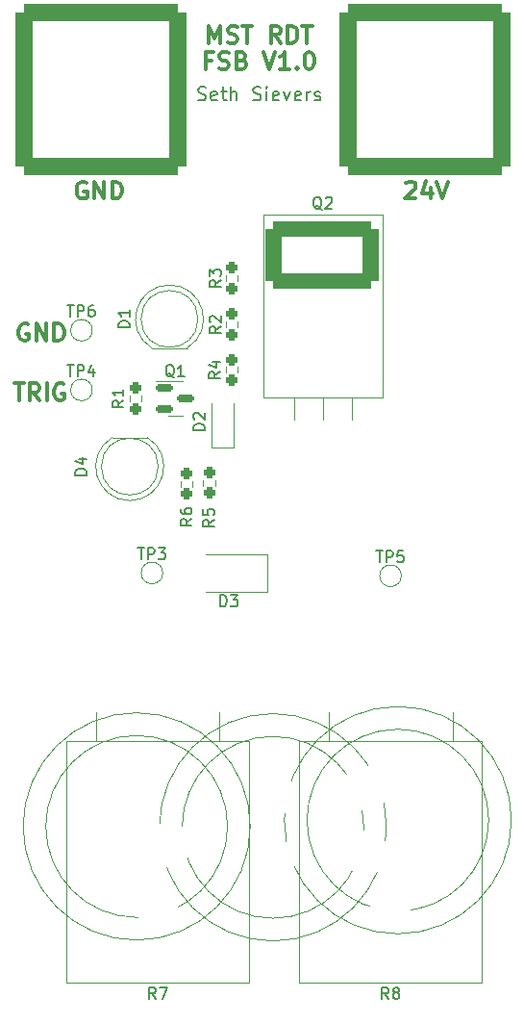
<source format=gto>
%TF.GenerationSoftware,KiCad,Pcbnew,(6.0.5)*%
%TF.CreationDate,2022-08-02T11:04:15-06:00*%
%TF.ProjectId,fet_stress_test,6665745f-7374-4726-9573-735f74657374,rev?*%
%TF.SameCoordinates,Original*%
%TF.FileFunction,Legend,Top*%
%TF.FilePolarity,Positive*%
%FSLAX46Y46*%
G04 Gerber Fmt 4.6, Leading zero omitted, Abs format (unit mm)*
G04 Created by KiCad (PCBNEW (6.0.5)) date 2022-08-02 11:04:15*
%MOMM*%
%LPD*%
G01*
G04 APERTURE LIST*
G04 Aperture macros list*
%AMRoundRect*
0 Rectangle with rounded corners*
0 $1 Rounding radius*
0 $2 $3 $4 $5 $6 $7 $8 $9 X,Y pos of 4 corners*
0 Add a 4 corners polygon primitive as box body*
4,1,4,$2,$3,$4,$5,$6,$7,$8,$9,$2,$3,0*
0 Add four circle primitives for the rounded corners*
1,1,$1+$1,$2,$3*
1,1,$1+$1,$4,$5*
1,1,$1+$1,$6,$7*
1,1,$1+$1,$8,$9*
0 Add four rect primitives between the rounded corners*
20,1,$1+$1,$2,$3,$4,$5,0*
20,1,$1+$1,$4,$5,$6,$7,0*
20,1,$1+$1,$6,$7,$8,$9,0*
20,1,$1+$1,$8,$9,$2,$3,0*%
G04 Aperture macros list end*
%ADD10C,0.300000*%
%ADD11C,0.200000*%
%ADD12C,0.150000*%
%ADD13C,0.120000*%
%ADD14C,4.000000*%
%ADD15R,1.200000X0.900000*%
%ADD16R,2.500000X1.800000*%
%ADD17R,1.905000X2.000000*%
%ADD18O,1.905000X2.000000*%
%ADD19RoundRect,0.705882X-4.294118X-2.294118X4.294118X-2.294118X4.294118X2.294118X-4.294118X2.294118X0*%
%ADD20O,3.600000X3.600000*%
%ADD21R,2.500000X4.500000*%
%ADD22O,2.500000X4.500000*%
%ADD23RoundRect,0.237500X-0.237500X0.250000X-0.237500X-0.250000X0.237500X-0.250000X0.237500X0.250000X0*%
%ADD24R,1.800000X1.800000*%
%ADD25C,1.800000*%
%ADD26RoundRect,0.237500X0.237500X-0.250000X0.237500X0.250000X-0.237500X0.250000X-0.237500X-0.250000X0*%
%ADD27RoundRect,0.750000X-6.750000X-6.750000X6.750000X-6.750000X6.750000X6.750000X-6.750000X6.750000X0*%
%ADD28C,1.500000*%
%ADD29RoundRect,0.150000X-0.587500X-0.150000X0.587500X-0.150000X0.587500X0.150000X-0.587500X0.150000X0*%
G04 APERTURE END LIST*
D10*
X100214285Y-94028571D02*
X101071428Y-94028571D01*
X100642857Y-95528571D02*
X100642857Y-94028571D01*
X102428571Y-95528571D02*
X101928571Y-94814285D01*
X101571428Y-95528571D02*
X101571428Y-94028571D01*
X102142857Y-94028571D01*
X102285714Y-94100000D01*
X102357142Y-94171428D01*
X102428571Y-94314285D01*
X102428571Y-94528571D01*
X102357142Y-94671428D01*
X102285714Y-94742857D01*
X102142857Y-94814285D01*
X101571428Y-94814285D01*
X103071428Y-95528571D02*
X103071428Y-94028571D01*
X104571428Y-94100000D02*
X104428571Y-94028571D01*
X104214285Y-94028571D01*
X104000000Y-94100000D01*
X103857142Y-94242857D01*
X103785714Y-94385714D01*
X103714285Y-94671428D01*
X103714285Y-94885714D01*
X103785714Y-95171428D01*
X103857142Y-95314285D01*
X104000000Y-95457142D01*
X104214285Y-95528571D01*
X104357142Y-95528571D01*
X104571428Y-95457142D01*
X104642857Y-95385714D01*
X104642857Y-94885714D01*
X104357142Y-94885714D01*
X101457142Y-88850000D02*
X101314285Y-88778571D01*
X101100000Y-88778571D01*
X100885714Y-88850000D01*
X100742857Y-88992857D01*
X100671428Y-89135714D01*
X100600000Y-89421428D01*
X100600000Y-89635714D01*
X100671428Y-89921428D01*
X100742857Y-90064285D01*
X100885714Y-90207142D01*
X101100000Y-90278571D01*
X101242857Y-90278571D01*
X101457142Y-90207142D01*
X101528571Y-90135714D01*
X101528571Y-89635714D01*
X101242857Y-89635714D01*
X102171428Y-90278571D02*
X102171428Y-88778571D01*
X103028571Y-90278571D01*
X103028571Y-88778571D01*
X103742857Y-90278571D02*
X103742857Y-88778571D01*
X104100000Y-88778571D01*
X104314285Y-88850000D01*
X104457142Y-88992857D01*
X104528571Y-89135714D01*
X104600000Y-89421428D01*
X104600000Y-89635714D01*
X104528571Y-89921428D01*
X104457142Y-90064285D01*
X104314285Y-90207142D01*
X104100000Y-90278571D01*
X103742857Y-90278571D01*
X117371428Y-64078571D02*
X117371428Y-62578571D01*
X117871428Y-63650000D01*
X118371428Y-62578571D01*
X118371428Y-64078571D01*
X119014285Y-64007142D02*
X119228571Y-64078571D01*
X119585714Y-64078571D01*
X119728571Y-64007142D01*
X119800000Y-63935714D01*
X119871428Y-63792857D01*
X119871428Y-63650000D01*
X119800000Y-63507142D01*
X119728571Y-63435714D01*
X119585714Y-63364285D01*
X119300000Y-63292857D01*
X119157142Y-63221428D01*
X119085714Y-63150000D01*
X119014285Y-63007142D01*
X119014285Y-62864285D01*
X119085714Y-62721428D01*
X119157142Y-62650000D01*
X119300000Y-62578571D01*
X119657142Y-62578571D01*
X119871428Y-62650000D01*
X120300000Y-62578571D02*
X121157142Y-62578571D01*
X120728571Y-64078571D02*
X120728571Y-62578571D01*
X123657142Y-64078571D02*
X123157142Y-63364285D01*
X122800000Y-64078571D02*
X122800000Y-62578571D01*
X123371428Y-62578571D01*
X123514285Y-62650000D01*
X123585714Y-62721428D01*
X123657142Y-62864285D01*
X123657142Y-63078571D01*
X123585714Y-63221428D01*
X123514285Y-63292857D01*
X123371428Y-63364285D01*
X122800000Y-63364285D01*
X124300000Y-64078571D02*
X124300000Y-62578571D01*
X124657142Y-62578571D01*
X124871428Y-62650000D01*
X125014285Y-62792857D01*
X125085714Y-62935714D01*
X125157142Y-63221428D01*
X125157142Y-63435714D01*
X125085714Y-63721428D01*
X125014285Y-63864285D01*
X124871428Y-64007142D01*
X124657142Y-64078571D01*
X124300000Y-64078571D01*
X125585714Y-62578571D02*
X126442857Y-62578571D01*
X126014285Y-64078571D02*
X126014285Y-62578571D01*
X117550000Y-65592857D02*
X117050000Y-65592857D01*
X117050000Y-66378571D02*
X117050000Y-64878571D01*
X117764285Y-64878571D01*
X118264285Y-66307142D02*
X118478571Y-66378571D01*
X118835714Y-66378571D01*
X118978571Y-66307142D01*
X119050000Y-66235714D01*
X119121428Y-66092857D01*
X119121428Y-65950000D01*
X119050000Y-65807142D01*
X118978571Y-65735714D01*
X118835714Y-65664285D01*
X118550000Y-65592857D01*
X118407142Y-65521428D01*
X118335714Y-65450000D01*
X118264285Y-65307142D01*
X118264285Y-65164285D01*
X118335714Y-65021428D01*
X118407142Y-64950000D01*
X118550000Y-64878571D01*
X118907142Y-64878571D01*
X119121428Y-64950000D01*
X120264285Y-65592857D02*
X120478571Y-65664285D01*
X120550000Y-65735714D01*
X120621428Y-65878571D01*
X120621428Y-66092857D01*
X120550000Y-66235714D01*
X120478571Y-66307142D01*
X120335714Y-66378571D01*
X119764285Y-66378571D01*
X119764285Y-64878571D01*
X120264285Y-64878571D01*
X120407142Y-64950000D01*
X120478571Y-65021428D01*
X120550000Y-65164285D01*
X120550000Y-65307142D01*
X120478571Y-65450000D01*
X120407142Y-65521428D01*
X120264285Y-65592857D01*
X119764285Y-65592857D01*
X122192857Y-64878571D02*
X122692857Y-66378571D01*
X123192857Y-64878571D01*
X124478571Y-66378571D02*
X123621428Y-66378571D01*
X124050000Y-66378571D02*
X124050000Y-64878571D01*
X123907142Y-65092857D01*
X123764285Y-65235714D01*
X123621428Y-65307142D01*
X125121428Y-66235714D02*
X125192857Y-66307142D01*
X125121428Y-66378571D01*
X125050000Y-66307142D01*
X125121428Y-66235714D01*
X125121428Y-66378571D01*
X126121428Y-64878571D02*
X126264285Y-64878571D01*
X126407142Y-64950000D01*
X126478571Y-65021428D01*
X126550000Y-65164285D01*
X126621428Y-65450000D01*
X126621428Y-65807142D01*
X126550000Y-66092857D01*
X126478571Y-66235714D01*
X126407142Y-66307142D01*
X126264285Y-66378571D01*
X126121428Y-66378571D01*
X125978571Y-66307142D01*
X125907142Y-66235714D01*
X125835714Y-66092857D01*
X125764285Y-65807142D01*
X125764285Y-65450000D01*
X125835714Y-65164285D01*
X125907142Y-65021428D01*
X125978571Y-64950000D01*
X126121428Y-64878571D01*
D11*
X116400000Y-69085714D02*
X116571428Y-69142857D01*
X116857142Y-69142857D01*
X116971428Y-69085714D01*
X117028571Y-69028571D01*
X117085714Y-68914285D01*
X117085714Y-68800000D01*
X117028571Y-68685714D01*
X116971428Y-68628571D01*
X116857142Y-68571428D01*
X116628571Y-68514285D01*
X116514285Y-68457142D01*
X116457142Y-68400000D01*
X116400000Y-68285714D01*
X116400000Y-68171428D01*
X116457142Y-68057142D01*
X116514285Y-68000000D01*
X116628571Y-67942857D01*
X116914285Y-67942857D01*
X117085714Y-68000000D01*
X118057142Y-69085714D02*
X117942857Y-69142857D01*
X117714285Y-69142857D01*
X117600000Y-69085714D01*
X117542857Y-68971428D01*
X117542857Y-68514285D01*
X117600000Y-68400000D01*
X117714285Y-68342857D01*
X117942857Y-68342857D01*
X118057142Y-68400000D01*
X118114285Y-68514285D01*
X118114285Y-68628571D01*
X117542857Y-68742857D01*
X118457142Y-68342857D02*
X118914285Y-68342857D01*
X118628571Y-67942857D02*
X118628571Y-68971428D01*
X118685714Y-69085714D01*
X118800000Y-69142857D01*
X118914285Y-69142857D01*
X119314285Y-69142857D02*
X119314285Y-67942857D01*
X119828571Y-69142857D02*
X119828571Y-68514285D01*
X119771428Y-68400000D01*
X119657142Y-68342857D01*
X119485714Y-68342857D01*
X119371428Y-68400000D01*
X119314285Y-68457142D01*
X121257142Y-69085714D02*
X121428571Y-69142857D01*
X121714285Y-69142857D01*
X121828571Y-69085714D01*
X121885714Y-69028571D01*
X121942857Y-68914285D01*
X121942857Y-68800000D01*
X121885714Y-68685714D01*
X121828571Y-68628571D01*
X121714285Y-68571428D01*
X121485714Y-68514285D01*
X121371428Y-68457142D01*
X121314285Y-68400000D01*
X121257142Y-68285714D01*
X121257142Y-68171428D01*
X121314285Y-68057142D01*
X121371428Y-68000000D01*
X121485714Y-67942857D01*
X121771428Y-67942857D01*
X121942857Y-68000000D01*
X122457142Y-69142857D02*
X122457142Y-68342857D01*
X122457142Y-67942857D02*
X122400000Y-68000000D01*
X122457142Y-68057142D01*
X122514285Y-68000000D01*
X122457142Y-67942857D01*
X122457142Y-68057142D01*
X123485714Y-69085714D02*
X123371428Y-69142857D01*
X123142857Y-69142857D01*
X123028571Y-69085714D01*
X122971428Y-68971428D01*
X122971428Y-68514285D01*
X123028571Y-68400000D01*
X123142857Y-68342857D01*
X123371428Y-68342857D01*
X123485714Y-68400000D01*
X123542857Y-68514285D01*
X123542857Y-68628571D01*
X122971428Y-68742857D01*
X123942857Y-68342857D02*
X124228571Y-69142857D01*
X124514285Y-68342857D01*
X125428571Y-69085714D02*
X125314285Y-69142857D01*
X125085714Y-69142857D01*
X124971428Y-69085714D01*
X124914285Y-68971428D01*
X124914285Y-68514285D01*
X124971428Y-68400000D01*
X125085714Y-68342857D01*
X125314285Y-68342857D01*
X125428571Y-68400000D01*
X125485714Y-68514285D01*
X125485714Y-68628571D01*
X124914285Y-68742857D01*
X126000000Y-69142857D02*
X126000000Y-68342857D01*
X126000000Y-68571428D02*
X126057142Y-68457142D01*
X126114285Y-68400000D01*
X126228571Y-68342857D01*
X126342857Y-68342857D01*
X126685714Y-69085714D02*
X126800000Y-69142857D01*
X127028571Y-69142857D01*
X127142857Y-69085714D01*
X127200000Y-68971428D01*
X127200000Y-68914285D01*
X127142857Y-68800000D01*
X127028571Y-68742857D01*
X126857142Y-68742857D01*
X126742857Y-68685714D01*
X126685714Y-68571428D01*
X126685714Y-68514285D01*
X126742857Y-68400000D01*
X126857142Y-68342857D01*
X127028571Y-68342857D01*
X127142857Y-68400000D01*
D10*
X106557142Y-76350000D02*
X106414285Y-76278571D01*
X106200000Y-76278571D01*
X105985714Y-76350000D01*
X105842857Y-76492857D01*
X105771428Y-76635714D01*
X105700000Y-76921428D01*
X105700000Y-77135714D01*
X105771428Y-77421428D01*
X105842857Y-77564285D01*
X105985714Y-77707142D01*
X106200000Y-77778571D01*
X106342857Y-77778571D01*
X106557142Y-77707142D01*
X106628571Y-77635714D01*
X106628571Y-77135714D01*
X106342857Y-77135714D01*
X107271428Y-77778571D02*
X107271428Y-76278571D01*
X108128571Y-77778571D01*
X108128571Y-76278571D01*
X108842857Y-77778571D02*
X108842857Y-76278571D01*
X109200000Y-76278571D01*
X109414285Y-76350000D01*
X109557142Y-76492857D01*
X109628571Y-76635714D01*
X109700000Y-76921428D01*
X109700000Y-77135714D01*
X109628571Y-77421428D01*
X109557142Y-77564285D01*
X109414285Y-77707142D01*
X109200000Y-77778571D01*
X108842857Y-77778571D01*
X134714285Y-76421428D02*
X134785714Y-76350000D01*
X134928571Y-76278571D01*
X135285714Y-76278571D01*
X135428571Y-76350000D01*
X135500000Y-76421428D01*
X135571428Y-76564285D01*
X135571428Y-76707142D01*
X135500000Y-76921428D01*
X134642857Y-77778571D01*
X135571428Y-77778571D01*
X136857142Y-76778571D02*
X136857142Y-77778571D01*
X136500000Y-76207142D02*
X136142857Y-77278571D01*
X137071428Y-77278571D01*
X137428571Y-76278571D02*
X137928571Y-77778571D01*
X138428571Y-76278571D01*
D12*
%TO.C,D2*%
X117002380Y-98138095D02*
X116002380Y-98138095D01*
X116002380Y-97900000D01*
X116050000Y-97757142D01*
X116145238Y-97661904D01*
X116240476Y-97614285D01*
X116430952Y-97566666D01*
X116573809Y-97566666D01*
X116764285Y-97614285D01*
X116859523Y-97661904D01*
X116954761Y-97757142D01*
X117002380Y-97900000D01*
X117002380Y-98138095D01*
X116097619Y-97185714D02*
X116050000Y-97138095D01*
X116002380Y-97042857D01*
X116002380Y-96804761D01*
X116050000Y-96709523D01*
X116097619Y-96661904D01*
X116192857Y-96614285D01*
X116288095Y-96614285D01*
X116430952Y-96661904D01*
X117002380Y-97233333D01*
X117002380Y-96614285D01*
%TO.C,D3*%
X118361904Y-113652380D02*
X118361904Y-112652380D01*
X118600000Y-112652380D01*
X118742857Y-112700000D01*
X118838095Y-112795238D01*
X118885714Y-112890476D01*
X118933333Y-113080952D01*
X118933333Y-113223809D01*
X118885714Y-113414285D01*
X118838095Y-113509523D01*
X118742857Y-113604761D01*
X118600000Y-113652380D01*
X118361904Y-113652380D01*
X119266666Y-112652380D02*
X119885714Y-112652380D01*
X119552380Y-113033333D01*
X119695238Y-113033333D01*
X119790476Y-113080952D01*
X119838095Y-113128571D01*
X119885714Y-113223809D01*
X119885714Y-113461904D01*
X119838095Y-113557142D01*
X119790476Y-113604761D01*
X119695238Y-113652380D01*
X119409523Y-113652380D01*
X119314285Y-113604761D01*
X119266666Y-113557142D01*
%TO.C,Q2*%
X127294761Y-78727619D02*
X127199523Y-78680000D01*
X127104285Y-78584761D01*
X126961428Y-78441904D01*
X126866190Y-78394285D01*
X126770952Y-78394285D01*
X126818571Y-78632380D02*
X126723333Y-78584761D01*
X126628095Y-78489523D01*
X126580476Y-78299047D01*
X126580476Y-77965714D01*
X126628095Y-77775238D01*
X126723333Y-77680000D01*
X126818571Y-77632380D01*
X127009047Y-77632380D01*
X127104285Y-77680000D01*
X127199523Y-77775238D01*
X127247142Y-77965714D01*
X127247142Y-78299047D01*
X127199523Y-78489523D01*
X127104285Y-78584761D01*
X127009047Y-78632380D01*
X126818571Y-78632380D01*
X127628095Y-77727619D02*
X127675714Y-77680000D01*
X127770952Y-77632380D01*
X128009047Y-77632380D01*
X128104285Y-77680000D01*
X128151904Y-77727619D01*
X128199523Y-77822857D01*
X128199523Y-77918095D01*
X128151904Y-78060952D01*
X127580476Y-78632380D01*
X128199523Y-78632380D01*
%TO.C,R7*%
X112683333Y-148162380D02*
X112350000Y-147686190D01*
X112111904Y-148162380D02*
X112111904Y-147162380D01*
X112492857Y-147162380D01*
X112588095Y-147210000D01*
X112635714Y-147257619D01*
X112683333Y-147352857D01*
X112683333Y-147495714D01*
X112635714Y-147590952D01*
X112588095Y-147638571D01*
X112492857Y-147686190D01*
X112111904Y-147686190D01*
X113016666Y-147162380D02*
X113683333Y-147162380D01*
X113254761Y-148162380D01*
%TO.C,R6*%
X115842380Y-105929166D02*
X115366190Y-106262500D01*
X115842380Y-106500595D02*
X114842380Y-106500595D01*
X114842380Y-106119642D01*
X114890000Y-106024404D01*
X114937619Y-105976785D01*
X115032857Y-105929166D01*
X115175714Y-105929166D01*
X115270952Y-105976785D01*
X115318571Y-106024404D01*
X115366190Y-106119642D01*
X115366190Y-106500595D01*
X114842380Y-105072023D02*
X114842380Y-105262500D01*
X114890000Y-105357738D01*
X114937619Y-105405357D01*
X115080476Y-105500595D01*
X115270952Y-105548214D01*
X115651904Y-105548214D01*
X115747142Y-105500595D01*
X115794761Y-105452976D01*
X115842380Y-105357738D01*
X115842380Y-105167261D01*
X115794761Y-105072023D01*
X115747142Y-105024404D01*
X115651904Y-104976785D01*
X115413809Y-104976785D01*
X115318571Y-105024404D01*
X115270952Y-105072023D01*
X115223333Y-105167261D01*
X115223333Y-105357738D01*
X115270952Y-105452976D01*
X115318571Y-105500595D01*
X115413809Y-105548214D01*
%TO.C,D4*%
X106592380Y-102083095D02*
X105592380Y-102083095D01*
X105592380Y-101845000D01*
X105640000Y-101702142D01*
X105735238Y-101606904D01*
X105830476Y-101559285D01*
X106020952Y-101511666D01*
X106163809Y-101511666D01*
X106354285Y-101559285D01*
X106449523Y-101606904D01*
X106544761Y-101702142D01*
X106592380Y-101845000D01*
X106592380Y-102083095D01*
X105925714Y-100654523D02*
X106592380Y-100654523D01*
X105544761Y-100892619D02*
X106259047Y-101130714D01*
X106259047Y-100511666D01*
%TO.C,R3*%
X118412380Y-84941666D02*
X117936190Y-85275000D01*
X118412380Y-85513095D02*
X117412380Y-85513095D01*
X117412380Y-85132142D01*
X117460000Y-85036904D01*
X117507619Y-84989285D01*
X117602857Y-84941666D01*
X117745714Y-84941666D01*
X117840952Y-84989285D01*
X117888571Y-85036904D01*
X117936190Y-85132142D01*
X117936190Y-85513095D01*
X117412380Y-84608333D02*
X117412380Y-83989285D01*
X117793333Y-84322619D01*
X117793333Y-84179761D01*
X117840952Y-84084523D01*
X117888571Y-84036904D01*
X117983809Y-83989285D01*
X118221904Y-83989285D01*
X118317142Y-84036904D01*
X118364761Y-84084523D01*
X118412380Y-84179761D01*
X118412380Y-84465476D01*
X118364761Y-84560714D01*
X118317142Y-84608333D01*
%TO.C,D1*%
X110382380Y-89093095D02*
X109382380Y-89093095D01*
X109382380Y-88855000D01*
X109430000Y-88712142D01*
X109525238Y-88616904D01*
X109620476Y-88569285D01*
X109810952Y-88521666D01*
X109953809Y-88521666D01*
X110144285Y-88569285D01*
X110239523Y-88616904D01*
X110334761Y-88712142D01*
X110382380Y-88855000D01*
X110382380Y-89093095D01*
X110382380Y-87569285D02*
X110382380Y-88140714D01*
X110382380Y-87855000D02*
X109382380Y-87855000D01*
X109525238Y-87950238D01*
X109620476Y-88045476D01*
X109668095Y-88140714D01*
%TO.C,R8*%
X133183333Y-148162380D02*
X132850000Y-147686190D01*
X132611904Y-148162380D02*
X132611904Y-147162380D01*
X132992857Y-147162380D01*
X133088095Y-147210000D01*
X133135714Y-147257619D01*
X133183333Y-147352857D01*
X133183333Y-147495714D01*
X133135714Y-147590952D01*
X133088095Y-147638571D01*
X132992857Y-147686190D01*
X132611904Y-147686190D01*
X133754761Y-147590952D02*
X133659523Y-147543333D01*
X133611904Y-147495714D01*
X133564285Y-147400476D01*
X133564285Y-147352857D01*
X133611904Y-147257619D01*
X133659523Y-147210000D01*
X133754761Y-147162380D01*
X133945238Y-147162380D01*
X134040476Y-147210000D01*
X134088095Y-147257619D01*
X134135714Y-147352857D01*
X134135714Y-147400476D01*
X134088095Y-147495714D01*
X134040476Y-147543333D01*
X133945238Y-147590952D01*
X133754761Y-147590952D01*
X133659523Y-147638571D01*
X133611904Y-147686190D01*
X133564285Y-147781428D01*
X133564285Y-147971904D01*
X133611904Y-148067142D01*
X133659523Y-148114761D01*
X133754761Y-148162380D01*
X133945238Y-148162380D01*
X134040476Y-148114761D01*
X134088095Y-148067142D01*
X134135714Y-147971904D01*
X134135714Y-147781428D01*
X134088095Y-147686190D01*
X134040476Y-147638571D01*
X133945238Y-147590952D01*
%TO.C,R5*%
X117842380Y-106016666D02*
X117366190Y-106350000D01*
X117842380Y-106588095D02*
X116842380Y-106588095D01*
X116842380Y-106207142D01*
X116890000Y-106111904D01*
X116937619Y-106064285D01*
X117032857Y-106016666D01*
X117175714Y-106016666D01*
X117270952Y-106064285D01*
X117318571Y-106111904D01*
X117366190Y-106207142D01*
X117366190Y-106588095D01*
X116842380Y-105111904D02*
X116842380Y-105588095D01*
X117318571Y-105635714D01*
X117270952Y-105588095D01*
X117223333Y-105492857D01*
X117223333Y-105254761D01*
X117270952Y-105159523D01*
X117318571Y-105111904D01*
X117413809Y-105064285D01*
X117651904Y-105064285D01*
X117747142Y-105111904D01*
X117794761Y-105159523D01*
X117842380Y-105254761D01*
X117842380Y-105492857D01*
X117794761Y-105588095D01*
X117747142Y-105635714D01*
%TO.C,TP5*%
X132088095Y-108754380D02*
X132659523Y-108754380D01*
X132373809Y-109754380D02*
X132373809Y-108754380D01*
X132992857Y-109754380D02*
X132992857Y-108754380D01*
X133373809Y-108754380D01*
X133469047Y-108802000D01*
X133516666Y-108849619D01*
X133564285Y-108944857D01*
X133564285Y-109087714D01*
X133516666Y-109182952D01*
X133469047Y-109230571D01*
X133373809Y-109278190D01*
X132992857Y-109278190D01*
X134469047Y-108754380D02*
X133992857Y-108754380D01*
X133945238Y-109230571D01*
X133992857Y-109182952D01*
X134088095Y-109135333D01*
X134326190Y-109135333D01*
X134421428Y-109182952D01*
X134469047Y-109230571D01*
X134516666Y-109325809D01*
X134516666Y-109563904D01*
X134469047Y-109659142D01*
X134421428Y-109706761D01*
X134326190Y-109754380D01*
X134088095Y-109754380D01*
X133992857Y-109706761D01*
X133945238Y-109659142D01*
%TO.C,Q1*%
X114294761Y-93497619D02*
X114199523Y-93450000D01*
X114104285Y-93354761D01*
X113961428Y-93211904D01*
X113866190Y-93164285D01*
X113770952Y-93164285D01*
X113818571Y-93402380D02*
X113723333Y-93354761D01*
X113628095Y-93259523D01*
X113580476Y-93069047D01*
X113580476Y-92735714D01*
X113628095Y-92545238D01*
X113723333Y-92450000D01*
X113818571Y-92402380D01*
X114009047Y-92402380D01*
X114104285Y-92450000D01*
X114199523Y-92545238D01*
X114247142Y-92735714D01*
X114247142Y-93069047D01*
X114199523Y-93259523D01*
X114104285Y-93354761D01*
X114009047Y-93402380D01*
X113818571Y-93402380D01*
X115199523Y-93402380D02*
X114628095Y-93402380D01*
X114913809Y-93402380D02*
X114913809Y-92402380D01*
X114818571Y-92545238D01*
X114723333Y-92640476D01*
X114628095Y-92688095D01*
%TO.C,TP3*%
X111088095Y-108504380D02*
X111659523Y-108504380D01*
X111373809Y-109504380D02*
X111373809Y-108504380D01*
X111992857Y-109504380D02*
X111992857Y-108504380D01*
X112373809Y-108504380D01*
X112469047Y-108552000D01*
X112516666Y-108599619D01*
X112564285Y-108694857D01*
X112564285Y-108837714D01*
X112516666Y-108932952D01*
X112469047Y-108980571D01*
X112373809Y-109028190D01*
X111992857Y-109028190D01*
X112897619Y-108504380D02*
X113516666Y-108504380D01*
X113183333Y-108885333D01*
X113326190Y-108885333D01*
X113421428Y-108932952D01*
X113469047Y-108980571D01*
X113516666Y-109075809D01*
X113516666Y-109313904D01*
X113469047Y-109409142D01*
X113421428Y-109456761D01*
X113326190Y-109504380D01*
X113040476Y-109504380D01*
X112945238Y-109456761D01*
X112897619Y-109409142D01*
%TO.C,R1*%
X109842380Y-95516666D02*
X109366190Y-95850000D01*
X109842380Y-96088095D02*
X108842380Y-96088095D01*
X108842380Y-95707142D01*
X108890000Y-95611904D01*
X108937619Y-95564285D01*
X109032857Y-95516666D01*
X109175714Y-95516666D01*
X109270952Y-95564285D01*
X109318571Y-95611904D01*
X109366190Y-95707142D01*
X109366190Y-96088095D01*
X109842380Y-94564285D02*
X109842380Y-95135714D01*
X109842380Y-94850000D02*
X108842380Y-94850000D01*
X108985238Y-94945238D01*
X109080476Y-95040476D01*
X109128095Y-95135714D01*
%TO.C,TP6*%
X104878095Y-87154380D02*
X105449523Y-87154380D01*
X105163809Y-88154380D02*
X105163809Y-87154380D01*
X105782857Y-88154380D02*
X105782857Y-87154380D01*
X106163809Y-87154380D01*
X106259047Y-87202000D01*
X106306666Y-87249619D01*
X106354285Y-87344857D01*
X106354285Y-87487714D01*
X106306666Y-87582952D01*
X106259047Y-87630571D01*
X106163809Y-87678190D01*
X105782857Y-87678190D01*
X107211428Y-87154380D02*
X107020952Y-87154380D01*
X106925714Y-87202000D01*
X106878095Y-87249619D01*
X106782857Y-87392476D01*
X106735238Y-87582952D01*
X106735238Y-87963904D01*
X106782857Y-88059142D01*
X106830476Y-88106761D01*
X106925714Y-88154380D01*
X107116190Y-88154380D01*
X107211428Y-88106761D01*
X107259047Y-88059142D01*
X107306666Y-87963904D01*
X107306666Y-87725809D01*
X107259047Y-87630571D01*
X107211428Y-87582952D01*
X107116190Y-87535333D01*
X106925714Y-87535333D01*
X106830476Y-87582952D01*
X106782857Y-87630571D01*
X106735238Y-87725809D01*
%TO.C,R2*%
X118412380Y-89016666D02*
X117936190Y-89350000D01*
X118412380Y-89588095D02*
X117412380Y-89588095D01*
X117412380Y-89207142D01*
X117460000Y-89111904D01*
X117507619Y-89064285D01*
X117602857Y-89016666D01*
X117745714Y-89016666D01*
X117840952Y-89064285D01*
X117888571Y-89111904D01*
X117936190Y-89207142D01*
X117936190Y-89588095D01*
X117507619Y-88635714D02*
X117460000Y-88588095D01*
X117412380Y-88492857D01*
X117412380Y-88254761D01*
X117460000Y-88159523D01*
X117507619Y-88111904D01*
X117602857Y-88064285D01*
X117698095Y-88064285D01*
X117840952Y-88111904D01*
X118412380Y-88683333D01*
X118412380Y-88064285D01*
%TO.C,TP4*%
X104878095Y-92404380D02*
X105449523Y-92404380D01*
X105163809Y-93404380D02*
X105163809Y-92404380D01*
X105782857Y-93404380D02*
X105782857Y-92404380D01*
X106163809Y-92404380D01*
X106259047Y-92452000D01*
X106306666Y-92499619D01*
X106354285Y-92594857D01*
X106354285Y-92737714D01*
X106306666Y-92832952D01*
X106259047Y-92880571D01*
X106163809Y-92928190D01*
X105782857Y-92928190D01*
X107211428Y-92737714D02*
X107211428Y-93404380D01*
X106973333Y-92356761D02*
X106735238Y-93071047D01*
X107354285Y-93071047D01*
%TO.C,R4*%
X118342380Y-93016666D02*
X117866190Y-93350000D01*
X118342380Y-93588095D02*
X117342380Y-93588095D01*
X117342380Y-93207142D01*
X117390000Y-93111904D01*
X117437619Y-93064285D01*
X117532857Y-93016666D01*
X117675714Y-93016666D01*
X117770952Y-93064285D01*
X117818571Y-93111904D01*
X117866190Y-93207142D01*
X117866190Y-93588095D01*
X117675714Y-92159523D02*
X118342380Y-92159523D01*
X117294761Y-92397619D02*
X118009047Y-92635714D01*
X118009047Y-92016666D01*
D13*
%TO.C,J3*%
X144000000Y-132450000D02*
G75*
G03*
X144000000Y-132450000I-10000000J0D01*
G01*
X142000000Y-132450000D02*
G75*
G03*
X142000000Y-132450000I-8000000J0D01*
G01*
%TO.C,J2*%
X121000000Y-133000000D02*
G75*
G03*
X121000000Y-133000000I-10000000J0D01*
G01*
X119000000Y-133000000D02*
G75*
G03*
X119000000Y-133000000I-8000000J0D01*
G01*
%TO.C,J1*%
X133000000Y-133079000D02*
G75*
G03*
X133000000Y-133079000I-10000000J0D01*
G01*
X131000000Y-133079000D02*
G75*
G03*
X131000000Y-133079000I-8000000J0D01*
G01*
%TO.C,D2*%
X117550000Y-99650000D02*
X117550000Y-95750000D01*
X117550000Y-99650000D02*
X119550000Y-99650000D01*
X119550000Y-99650000D02*
X119550000Y-95750000D01*
%TO.C,D3*%
X122500000Y-112350000D02*
X122500000Y-109050000D01*
X122500000Y-109050000D02*
X117100000Y-109050000D01*
X122500000Y-112350000D02*
X117100000Y-112350000D01*
%TO.C,Q2*%
X122140000Y-79180000D02*
X122140000Y-95290000D01*
X132640000Y-79180000D02*
X132640000Y-95290000D01*
X122140000Y-95290000D02*
X132640000Y-95290000D01*
X122140000Y-79180000D02*
X132640000Y-79180000D01*
X127390000Y-95290000D02*
X127390000Y-97250000D01*
X129930000Y-95290000D02*
X129930000Y-97250000D01*
X124850000Y-95290000D02*
X124850000Y-97250000D01*
%TO.C,R7*%
X120920000Y-125520000D02*
X104780000Y-125520000D01*
X107400000Y-125520000D02*
X107400000Y-122960000D01*
X120920000Y-146710000D02*
X120920000Y-125520000D01*
X120920000Y-146710000D02*
X104780000Y-146710000D01*
X104780000Y-146710000D02*
X104780000Y-125520000D01*
X118300000Y-125520000D02*
X118300000Y-122960000D01*
%TO.C,R6*%
X114867500Y-102595276D02*
X114867500Y-103104724D01*
X115912500Y-102595276D02*
X115912500Y-103104724D01*
%TO.C,D4*%
X111935000Y-98785000D02*
X108845000Y-98785000D01*
X108845170Y-98785000D02*
G75*
G03*
X110390462Y-104335000I1544830J-2560000D01*
G01*
X110389538Y-104335000D02*
G75*
G03*
X111934830Y-98785000I462J2990000D01*
G01*
X112890000Y-101345000D02*
G75*
G03*
X112890000Y-101345000I-2500000J0D01*
G01*
%TO.C,R3*%
X119912500Y-85029724D02*
X119912500Y-84520276D01*
X118867500Y-85029724D02*
X118867500Y-84520276D01*
%TO.C,D1*%
X112345000Y-90915000D02*
X115435000Y-90915000D01*
X113890462Y-85365000D02*
G75*
G03*
X112345170Y-90915000I-462J-2990000D01*
G01*
X115434830Y-90915000D02*
G75*
G03*
X113889538Y-85365000I-1544830J2560000D01*
G01*
X116390000Y-88355000D02*
G75*
G03*
X116390000Y-88355000I-2500000J0D01*
G01*
%TO.C,R8*%
X138800000Y-125520000D02*
X138800000Y-122960000D01*
X141420000Y-146710000D02*
X125280000Y-146710000D01*
X141420000Y-125520000D02*
X125280000Y-125520000D01*
X125280000Y-146710000D02*
X125280000Y-125520000D01*
X127900000Y-125520000D02*
X127900000Y-122960000D01*
X141420000Y-146710000D02*
X141420000Y-125520000D01*
%TO.C,R5*%
X116867500Y-103017224D02*
X116867500Y-102507776D01*
X117912500Y-103017224D02*
X117912500Y-102507776D01*
%TO.C,TP5*%
X134300000Y-110950000D02*
G75*
G03*
X134300000Y-110950000I-950000J0D01*
G01*
%TO.C,Q1*%
X114390000Y-96910000D02*
X115040000Y-96910000D01*
X114390000Y-96910000D02*
X113740000Y-96910000D01*
X114390000Y-93790000D02*
X112715000Y-93790000D01*
X114390000Y-93790000D02*
X115040000Y-93790000D01*
%TO.C,TP3*%
X113300000Y-110700000D02*
G75*
G03*
X113300000Y-110700000I-950000J0D01*
G01*
%TO.C,R1*%
X111412500Y-95095276D02*
X111412500Y-95604724D01*
X110367500Y-95095276D02*
X110367500Y-95604724D01*
%TO.C,TP6*%
X107090000Y-89350000D02*
G75*
G03*
X107090000Y-89350000I-950000J0D01*
G01*
%TO.C,R2*%
X118867500Y-89104724D02*
X118867500Y-88595276D01*
X119912500Y-89104724D02*
X119912500Y-88595276D01*
%TO.C,TP4*%
X107090000Y-94600000D02*
G75*
G03*
X107090000Y-94600000I-950000J0D01*
G01*
%TO.C,R4*%
X119912500Y-92595276D02*
X119912500Y-93104724D01*
X118867500Y-92595276D02*
X118867500Y-93104724D01*
%TD*%
%LPC*%
D14*
%TO.C,J3*%
X131167900Y-129617900D03*
X131167900Y-135282100D03*
X136832100Y-135282100D03*
X136832100Y-129617900D03*
%TD*%
%TO.C,J2*%
X111000000Y-129700440D03*
X108142500Y-134649780D03*
X113857500Y-134649780D03*
%TD*%
%TO.C,J1*%
X123000000Y-136000000D03*
X123000000Y-130158000D03*
%TD*%
D15*
%TO.C,D2*%
X118550000Y-99050000D03*
X118550000Y-95750000D03*
%TD*%
D16*
%TO.C,D3*%
X121100000Y-110700000D03*
X117100000Y-110700000D03*
%TD*%
D17*
%TO.C,Q2*%
X124850000Y-98400000D03*
D18*
X127390000Y-98400000D03*
D19*
X127350000Y-82700000D03*
D18*
X129930000Y-98400000D03*
%TD*%
D20*
%TO.C,R7*%
X112850000Y-140420000D03*
D21*
X118300000Y-120560000D03*
D22*
X107400000Y-120560000D03*
%TD*%
D23*
%TO.C,R6*%
X115390000Y-101937500D03*
X115390000Y-103762500D03*
%TD*%
D24*
%TO.C,D4*%
X110390000Y-100075000D03*
D25*
X110390000Y-102615000D03*
%TD*%
D26*
%TO.C,R3*%
X119390000Y-85687500D03*
X119390000Y-83862500D03*
%TD*%
D24*
%TO.C,D1*%
X113890000Y-89625000D03*
D25*
X113890000Y-87085000D03*
%TD*%
D20*
%TO.C,R8*%
X133350000Y-140420000D03*
D21*
X138800000Y-120560000D03*
D22*
X127900000Y-120560000D03*
%TD*%
D27*
%TO.C,TP1*%
X107850000Y-68200000D03*
%TD*%
D26*
%TO.C,R5*%
X117390000Y-103675000D03*
X117390000Y-101850000D03*
%TD*%
D28*
%TO.C,TP5*%
X133350000Y-110950000D03*
%TD*%
D29*
%TO.C,Q1*%
X113452500Y-94400000D03*
X113452500Y-96300000D03*
X115327500Y-95350000D03*
%TD*%
D28*
%TO.C,TP3*%
X112350000Y-110700000D03*
%TD*%
D23*
%TO.C,R1*%
X110890000Y-94437500D03*
X110890000Y-96262500D03*
%TD*%
D28*
%TO.C,TP6*%
X106140000Y-89350000D03*
%TD*%
D26*
%TO.C,R2*%
X119390000Y-89762500D03*
X119390000Y-87937500D03*
%TD*%
D28*
%TO.C,TP4*%
X106140000Y-94600000D03*
%TD*%
D27*
%TO.C,TP2*%
X136350000Y-68200000D03*
%TD*%
D23*
%TO.C,R4*%
X119390000Y-91937500D03*
X119390000Y-93762500D03*
%TD*%
M02*

</source>
